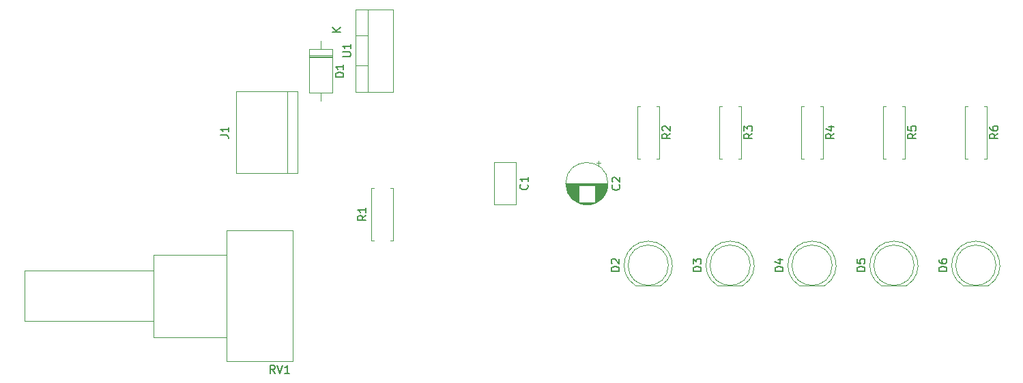
<source format=gbr>
%TF.GenerationSoftware,KiCad,Pcbnew,(7.0.0)*%
%TF.CreationDate,2024-04-05T21:03:04-03:00*%
%TF.ProjectId,Lumin_ria Rodrigo,4c756d69-6ee1-4726-9961-20526f647269,rev?*%
%TF.SameCoordinates,Original*%
%TF.FileFunction,Legend,Top*%
%TF.FilePolarity,Positive*%
%FSLAX46Y46*%
G04 Gerber Fmt 4.6, Leading zero omitted, Abs format (unit mm)*
G04 Created by KiCad (PCBNEW (7.0.0)) date 2024-04-05 21:03:04*
%MOMM*%
%LPD*%
G01*
G04 APERTURE LIST*
%ADD10C,0.150000*%
%ADD11C,0.120000*%
G04 APERTURE END LIST*
D10*
%TO.C,C2*%
X120862142Y-75116666D02*
X120909761Y-75164285D01*
X120909761Y-75164285D02*
X120957380Y-75307142D01*
X120957380Y-75307142D02*
X120957380Y-75402380D01*
X120957380Y-75402380D02*
X120909761Y-75545237D01*
X120909761Y-75545237D02*
X120814523Y-75640475D01*
X120814523Y-75640475D02*
X120719285Y-75688094D01*
X120719285Y-75688094D02*
X120528809Y-75735713D01*
X120528809Y-75735713D02*
X120385952Y-75735713D01*
X120385952Y-75735713D02*
X120195476Y-75688094D01*
X120195476Y-75688094D02*
X120100238Y-75640475D01*
X120100238Y-75640475D02*
X120005000Y-75545237D01*
X120005000Y-75545237D02*
X119957380Y-75402380D01*
X119957380Y-75402380D02*
X119957380Y-75307142D01*
X119957380Y-75307142D02*
X120005000Y-75164285D01*
X120005000Y-75164285D02*
X120052619Y-75116666D01*
X120052619Y-74735713D02*
X120005000Y-74688094D01*
X120005000Y-74688094D02*
X119957380Y-74592856D01*
X119957380Y-74592856D02*
X119957380Y-74354761D01*
X119957380Y-74354761D02*
X120005000Y-74259523D01*
X120005000Y-74259523D02*
X120052619Y-74211904D01*
X120052619Y-74211904D02*
X120147857Y-74164285D01*
X120147857Y-74164285D02*
X120243095Y-74164285D01*
X120243095Y-74164285D02*
X120385952Y-74211904D01*
X120385952Y-74211904D02*
X120957380Y-74783332D01*
X120957380Y-74783332D02*
X120957380Y-74164285D01*
%TO.C,D5*%
X151347380Y-85828094D02*
X150347380Y-85828094D01*
X150347380Y-85828094D02*
X150347380Y-85589999D01*
X150347380Y-85589999D02*
X150395000Y-85447142D01*
X150395000Y-85447142D02*
X150490238Y-85351904D01*
X150490238Y-85351904D02*
X150585476Y-85304285D01*
X150585476Y-85304285D02*
X150775952Y-85256666D01*
X150775952Y-85256666D02*
X150918809Y-85256666D01*
X150918809Y-85256666D02*
X151109285Y-85304285D01*
X151109285Y-85304285D02*
X151204523Y-85351904D01*
X151204523Y-85351904D02*
X151299761Y-85447142D01*
X151299761Y-85447142D02*
X151347380Y-85589999D01*
X151347380Y-85589999D02*
X151347380Y-85828094D01*
X150347380Y-84351904D02*
X150347380Y-84828094D01*
X150347380Y-84828094D02*
X150823571Y-84875713D01*
X150823571Y-84875713D02*
X150775952Y-84828094D01*
X150775952Y-84828094D02*
X150728333Y-84732856D01*
X150728333Y-84732856D02*
X150728333Y-84494761D01*
X150728333Y-84494761D02*
X150775952Y-84399523D01*
X150775952Y-84399523D02*
X150823571Y-84351904D01*
X150823571Y-84351904D02*
X150918809Y-84304285D01*
X150918809Y-84304285D02*
X151156904Y-84304285D01*
X151156904Y-84304285D02*
X151252142Y-84351904D01*
X151252142Y-84351904D02*
X151299761Y-84399523D01*
X151299761Y-84399523D02*
X151347380Y-84494761D01*
X151347380Y-84494761D02*
X151347380Y-84732856D01*
X151347380Y-84732856D02*
X151299761Y-84828094D01*
X151299761Y-84828094D02*
X151252142Y-84875713D01*
%TO.C,D2*%
X120867380Y-85828094D02*
X119867380Y-85828094D01*
X119867380Y-85828094D02*
X119867380Y-85589999D01*
X119867380Y-85589999D02*
X119915000Y-85447142D01*
X119915000Y-85447142D02*
X120010238Y-85351904D01*
X120010238Y-85351904D02*
X120105476Y-85304285D01*
X120105476Y-85304285D02*
X120295952Y-85256666D01*
X120295952Y-85256666D02*
X120438809Y-85256666D01*
X120438809Y-85256666D02*
X120629285Y-85304285D01*
X120629285Y-85304285D02*
X120724523Y-85351904D01*
X120724523Y-85351904D02*
X120819761Y-85447142D01*
X120819761Y-85447142D02*
X120867380Y-85589999D01*
X120867380Y-85589999D02*
X120867380Y-85828094D01*
X119962619Y-84875713D02*
X119915000Y-84828094D01*
X119915000Y-84828094D02*
X119867380Y-84732856D01*
X119867380Y-84732856D02*
X119867380Y-84494761D01*
X119867380Y-84494761D02*
X119915000Y-84399523D01*
X119915000Y-84399523D02*
X119962619Y-84351904D01*
X119962619Y-84351904D02*
X120057857Y-84304285D01*
X120057857Y-84304285D02*
X120153095Y-84304285D01*
X120153095Y-84304285D02*
X120295952Y-84351904D01*
X120295952Y-84351904D02*
X120867380Y-84923332D01*
X120867380Y-84923332D02*
X120867380Y-84304285D01*
%TO.C,U1*%
X86537380Y-59181904D02*
X87346904Y-59181904D01*
X87346904Y-59181904D02*
X87442142Y-59134285D01*
X87442142Y-59134285D02*
X87489761Y-59086666D01*
X87489761Y-59086666D02*
X87537380Y-58991428D01*
X87537380Y-58991428D02*
X87537380Y-58800952D01*
X87537380Y-58800952D02*
X87489761Y-58705714D01*
X87489761Y-58705714D02*
X87442142Y-58658095D01*
X87442142Y-58658095D02*
X87346904Y-58610476D01*
X87346904Y-58610476D02*
X86537380Y-58610476D01*
X87537380Y-57610476D02*
X87537380Y-58181904D01*
X87537380Y-57896190D02*
X86537380Y-57896190D01*
X86537380Y-57896190D02*
X86680238Y-57991428D01*
X86680238Y-57991428D02*
X86775476Y-58086666D01*
X86775476Y-58086666D02*
X86823095Y-58181904D01*
%TO.C,R2*%
X127197380Y-68746666D02*
X126721190Y-69079999D01*
X127197380Y-69318094D02*
X126197380Y-69318094D01*
X126197380Y-69318094D02*
X126197380Y-68937142D01*
X126197380Y-68937142D02*
X126245000Y-68841904D01*
X126245000Y-68841904D02*
X126292619Y-68794285D01*
X126292619Y-68794285D02*
X126387857Y-68746666D01*
X126387857Y-68746666D02*
X126530714Y-68746666D01*
X126530714Y-68746666D02*
X126625952Y-68794285D01*
X126625952Y-68794285D02*
X126673571Y-68841904D01*
X126673571Y-68841904D02*
X126721190Y-68937142D01*
X126721190Y-68937142D02*
X126721190Y-69318094D01*
X126292619Y-68365713D02*
X126245000Y-68318094D01*
X126245000Y-68318094D02*
X126197380Y-68222856D01*
X126197380Y-68222856D02*
X126197380Y-67984761D01*
X126197380Y-67984761D02*
X126245000Y-67889523D01*
X126245000Y-67889523D02*
X126292619Y-67841904D01*
X126292619Y-67841904D02*
X126387857Y-67794285D01*
X126387857Y-67794285D02*
X126483095Y-67794285D01*
X126483095Y-67794285D02*
X126625952Y-67841904D01*
X126625952Y-67841904D02*
X127197380Y-68413332D01*
X127197380Y-68413332D02*
X127197380Y-67794285D01*
%TO.C,D6*%
X161507380Y-85828094D02*
X160507380Y-85828094D01*
X160507380Y-85828094D02*
X160507380Y-85589999D01*
X160507380Y-85589999D02*
X160555000Y-85447142D01*
X160555000Y-85447142D02*
X160650238Y-85351904D01*
X160650238Y-85351904D02*
X160745476Y-85304285D01*
X160745476Y-85304285D02*
X160935952Y-85256666D01*
X160935952Y-85256666D02*
X161078809Y-85256666D01*
X161078809Y-85256666D02*
X161269285Y-85304285D01*
X161269285Y-85304285D02*
X161364523Y-85351904D01*
X161364523Y-85351904D02*
X161459761Y-85447142D01*
X161459761Y-85447142D02*
X161507380Y-85589999D01*
X161507380Y-85589999D02*
X161507380Y-85828094D01*
X160507380Y-84399523D02*
X160507380Y-84589999D01*
X160507380Y-84589999D02*
X160555000Y-84685237D01*
X160555000Y-84685237D02*
X160602619Y-84732856D01*
X160602619Y-84732856D02*
X160745476Y-84828094D01*
X160745476Y-84828094D02*
X160935952Y-84875713D01*
X160935952Y-84875713D02*
X161316904Y-84875713D01*
X161316904Y-84875713D02*
X161412142Y-84828094D01*
X161412142Y-84828094D02*
X161459761Y-84780475D01*
X161459761Y-84780475D02*
X161507380Y-84685237D01*
X161507380Y-84685237D02*
X161507380Y-84494761D01*
X161507380Y-84494761D02*
X161459761Y-84399523D01*
X161459761Y-84399523D02*
X161412142Y-84351904D01*
X161412142Y-84351904D02*
X161316904Y-84304285D01*
X161316904Y-84304285D02*
X161078809Y-84304285D01*
X161078809Y-84304285D02*
X160983571Y-84351904D01*
X160983571Y-84351904D02*
X160935952Y-84399523D01*
X160935952Y-84399523D02*
X160888333Y-84494761D01*
X160888333Y-84494761D02*
X160888333Y-84685237D01*
X160888333Y-84685237D02*
X160935952Y-84780475D01*
X160935952Y-84780475D02*
X160983571Y-84828094D01*
X160983571Y-84828094D02*
X161078809Y-84875713D01*
%TO.C,J1*%
X71401780Y-68938733D02*
X72116066Y-68938733D01*
X72116066Y-68938733D02*
X72258923Y-68986352D01*
X72258923Y-68986352D02*
X72354161Y-69081590D01*
X72354161Y-69081590D02*
X72401780Y-69224447D01*
X72401780Y-69224447D02*
X72401780Y-69319685D01*
X72401780Y-67938733D02*
X72401780Y-68510161D01*
X72401780Y-68224447D02*
X71401780Y-68224447D01*
X71401780Y-68224447D02*
X71544638Y-68319685D01*
X71544638Y-68319685D02*
X71639876Y-68414923D01*
X71639876Y-68414923D02*
X71687495Y-68510161D01*
%TO.C,C1*%
X109452142Y-75076666D02*
X109499761Y-75124285D01*
X109499761Y-75124285D02*
X109547380Y-75267142D01*
X109547380Y-75267142D02*
X109547380Y-75362380D01*
X109547380Y-75362380D02*
X109499761Y-75505237D01*
X109499761Y-75505237D02*
X109404523Y-75600475D01*
X109404523Y-75600475D02*
X109309285Y-75648094D01*
X109309285Y-75648094D02*
X109118809Y-75695713D01*
X109118809Y-75695713D02*
X108975952Y-75695713D01*
X108975952Y-75695713D02*
X108785476Y-75648094D01*
X108785476Y-75648094D02*
X108690238Y-75600475D01*
X108690238Y-75600475D02*
X108595000Y-75505237D01*
X108595000Y-75505237D02*
X108547380Y-75362380D01*
X108547380Y-75362380D02*
X108547380Y-75267142D01*
X108547380Y-75267142D02*
X108595000Y-75124285D01*
X108595000Y-75124285D02*
X108642619Y-75076666D01*
X109547380Y-74124285D02*
X109547380Y-74695713D01*
X109547380Y-74409999D02*
X108547380Y-74409999D01*
X108547380Y-74409999D02*
X108690238Y-74505237D01*
X108690238Y-74505237D02*
X108785476Y-74600475D01*
X108785476Y-74600475D02*
X108833095Y-74695713D01*
%TO.C,R6*%
X167837380Y-68746666D02*
X167361190Y-69079999D01*
X167837380Y-69318094D02*
X166837380Y-69318094D01*
X166837380Y-69318094D02*
X166837380Y-68937142D01*
X166837380Y-68937142D02*
X166885000Y-68841904D01*
X166885000Y-68841904D02*
X166932619Y-68794285D01*
X166932619Y-68794285D02*
X167027857Y-68746666D01*
X167027857Y-68746666D02*
X167170714Y-68746666D01*
X167170714Y-68746666D02*
X167265952Y-68794285D01*
X167265952Y-68794285D02*
X167313571Y-68841904D01*
X167313571Y-68841904D02*
X167361190Y-68937142D01*
X167361190Y-68937142D02*
X167361190Y-69318094D01*
X166837380Y-67889523D02*
X166837380Y-68079999D01*
X166837380Y-68079999D02*
X166885000Y-68175237D01*
X166885000Y-68175237D02*
X166932619Y-68222856D01*
X166932619Y-68222856D02*
X167075476Y-68318094D01*
X167075476Y-68318094D02*
X167265952Y-68365713D01*
X167265952Y-68365713D02*
X167646904Y-68365713D01*
X167646904Y-68365713D02*
X167742142Y-68318094D01*
X167742142Y-68318094D02*
X167789761Y-68270475D01*
X167789761Y-68270475D02*
X167837380Y-68175237D01*
X167837380Y-68175237D02*
X167837380Y-67984761D01*
X167837380Y-67984761D02*
X167789761Y-67889523D01*
X167789761Y-67889523D02*
X167742142Y-67841904D01*
X167742142Y-67841904D02*
X167646904Y-67794285D01*
X167646904Y-67794285D02*
X167408809Y-67794285D01*
X167408809Y-67794285D02*
X167313571Y-67841904D01*
X167313571Y-67841904D02*
X167265952Y-67889523D01*
X167265952Y-67889523D02*
X167218333Y-67984761D01*
X167218333Y-67984761D02*
X167218333Y-68175237D01*
X167218333Y-68175237D02*
X167265952Y-68270475D01*
X167265952Y-68270475D02*
X167313571Y-68318094D01*
X167313571Y-68318094D02*
X167408809Y-68365713D01*
%TO.C,D1*%
X86657380Y-61698094D02*
X85657380Y-61698094D01*
X85657380Y-61698094D02*
X85657380Y-61459999D01*
X85657380Y-61459999D02*
X85705000Y-61317142D01*
X85705000Y-61317142D02*
X85800238Y-61221904D01*
X85800238Y-61221904D02*
X85895476Y-61174285D01*
X85895476Y-61174285D02*
X86085952Y-61126666D01*
X86085952Y-61126666D02*
X86228809Y-61126666D01*
X86228809Y-61126666D02*
X86419285Y-61174285D01*
X86419285Y-61174285D02*
X86514523Y-61221904D01*
X86514523Y-61221904D02*
X86609761Y-61317142D01*
X86609761Y-61317142D02*
X86657380Y-61459999D01*
X86657380Y-61459999D02*
X86657380Y-61698094D01*
X86657380Y-60174285D02*
X86657380Y-60745713D01*
X86657380Y-60459999D02*
X85657380Y-60459999D01*
X85657380Y-60459999D02*
X85800238Y-60555237D01*
X85800238Y-60555237D02*
X85895476Y-60650475D01*
X85895476Y-60650475D02*
X85943095Y-60745713D01*
X86287380Y-56141904D02*
X85287380Y-56141904D01*
X86287380Y-55570476D02*
X85715952Y-55999047D01*
X85287380Y-55570476D02*
X85858809Y-56141904D01*
%TO.C,R5*%
X157677380Y-68746666D02*
X157201190Y-69079999D01*
X157677380Y-69318094D02*
X156677380Y-69318094D01*
X156677380Y-69318094D02*
X156677380Y-68937142D01*
X156677380Y-68937142D02*
X156725000Y-68841904D01*
X156725000Y-68841904D02*
X156772619Y-68794285D01*
X156772619Y-68794285D02*
X156867857Y-68746666D01*
X156867857Y-68746666D02*
X157010714Y-68746666D01*
X157010714Y-68746666D02*
X157105952Y-68794285D01*
X157105952Y-68794285D02*
X157153571Y-68841904D01*
X157153571Y-68841904D02*
X157201190Y-68937142D01*
X157201190Y-68937142D02*
X157201190Y-69318094D01*
X156677380Y-67841904D02*
X156677380Y-68318094D01*
X156677380Y-68318094D02*
X157153571Y-68365713D01*
X157153571Y-68365713D02*
X157105952Y-68318094D01*
X157105952Y-68318094D02*
X157058333Y-68222856D01*
X157058333Y-68222856D02*
X157058333Y-67984761D01*
X157058333Y-67984761D02*
X157105952Y-67889523D01*
X157105952Y-67889523D02*
X157153571Y-67841904D01*
X157153571Y-67841904D02*
X157248809Y-67794285D01*
X157248809Y-67794285D02*
X157486904Y-67794285D01*
X157486904Y-67794285D02*
X157582142Y-67841904D01*
X157582142Y-67841904D02*
X157629761Y-67889523D01*
X157629761Y-67889523D02*
X157677380Y-67984761D01*
X157677380Y-67984761D02*
X157677380Y-68222856D01*
X157677380Y-68222856D02*
X157629761Y-68318094D01*
X157629761Y-68318094D02*
X157582142Y-68365713D01*
%TO.C,RV1*%
X78144761Y-98517380D02*
X77811428Y-98041190D01*
X77573333Y-98517380D02*
X77573333Y-97517380D01*
X77573333Y-97517380D02*
X77954285Y-97517380D01*
X77954285Y-97517380D02*
X78049523Y-97565000D01*
X78049523Y-97565000D02*
X78097142Y-97612619D01*
X78097142Y-97612619D02*
X78144761Y-97707857D01*
X78144761Y-97707857D02*
X78144761Y-97850714D01*
X78144761Y-97850714D02*
X78097142Y-97945952D01*
X78097142Y-97945952D02*
X78049523Y-97993571D01*
X78049523Y-97993571D02*
X77954285Y-98041190D01*
X77954285Y-98041190D02*
X77573333Y-98041190D01*
X78430476Y-97517380D02*
X78763809Y-98517380D01*
X78763809Y-98517380D02*
X79097142Y-97517380D01*
X79954285Y-98517380D02*
X79382857Y-98517380D01*
X79668571Y-98517380D02*
X79668571Y-97517380D01*
X79668571Y-97517380D02*
X79573333Y-97660238D01*
X79573333Y-97660238D02*
X79478095Y-97755476D01*
X79478095Y-97755476D02*
X79382857Y-97803095D01*
%TO.C,R1*%
X89437380Y-78906666D02*
X88961190Y-79239999D01*
X89437380Y-79478094D02*
X88437380Y-79478094D01*
X88437380Y-79478094D02*
X88437380Y-79097142D01*
X88437380Y-79097142D02*
X88485000Y-79001904D01*
X88485000Y-79001904D02*
X88532619Y-78954285D01*
X88532619Y-78954285D02*
X88627857Y-78906666D01*
X88627857Y-78906666D02*
X88770714Y-78906666D01*
X88770714Y-78906666D02*
X88865952Y-78954285D01*
X88865952Y-78954285D02*
X88913571Y-79001904D01*
X88913571Y-79001904D02*
X88961190Y-79097142D01*
X88961190Y-79097142D02*
X88961190Y-79478094D01*
X89437380Y-77954285D02*
X89437380Y-78525713D01*
X89437380Y-78239999D02*
X88437380Y-78239999D01*
X88437380Y-78239999D02*
X88580238Y-78335237D01*
X88580238Y-78335237D02*
X88675476Y-78430475D01*
X88675476Y-78430475D02*
X88723095Y-78525713D01*
%TO.C,R3*%
X137357380Y-68746666D02*
X136881190Y-69079999D01*
X137357380Y-69318094D02*
X136357380Y-69318094D01*
X136357380Y-69318094D02*
X136357380Y-68937142D01*
X136357380Y-68937142D02*
X136405000Y-68841904D01*
X136405000Y-68841904D02*
X136452619Y-68794285D01*
X136452619Y-68794285D02*
X136547857Y-68746666D01*
X136547857Y-68746666D02*
X136690714Y-68746666D01*
X136690714Y-68746666D02*
X136785952Y-68794285D01*
X136785952Y-68794285D02*
X136833571Y-68841904D01*
X136833571Y-68841904D02*
X136881190Y-68937142D01*
X136881190Y-68937142D02*
X136881190Y-69318094D01*
X136357380Y-68413332D02*
X136357380Y-67794285D01*
X136357380Y-67794285D02*
X136738333Y-68127618D01*
X136738333Y-68127618D02*
X136738333Y-67984761D01*
X136738333Y-67984761D02*
X136785952Y-67889523D01*
X136785952Y-67889523D02*
X136833571Y-67841904D01*
X136833571Y-67841904D02*
X136928809Y-67794285D01*
X136928809Y-67794285D02*
X137166904Y-67794285D01*
X137166904Y-67794285D02*
X137262142Y-67841904D01*
X137262142Y-67841904D02*
X137309761Y-67889523D01*
X137309761Y-67889523D02*
X137357380Y-67984761D01*
X137357380Y-67984761D02*
X137357380Y-68270475D01*
X137357380Y-68270475D02*
X137309761Y-68365713D01*
X137309761Y-68365713D02*
X137262142Y-68413332D01*
%TO.C,D3*%
X131027380Y-85828094D02*
X130027380Y-85828094D01*
X130027380Y-85828094D02*
X130027380Y-85589999D01*
X130027380Y-85589999D02*
X130075000Y-85447142D01*
X130075000Y-85447142D02*
X130170238Y-85351904D01*
X130170238Y-85351904D02*
X130265476Y-85304285D01*
X130265476Y-85304285D02*
X130455952Y-85256666D01*
X130455952Y-85256666D02*
X130598809Y-85256666D01*
X130598809Y-85256666D02*
X130789285Y-85304285D01*
X130789285Y-85304285D02*
X130884523Y-85351904D01*
X130884523Y-85351904D02*
X130979761Y-85447142D01*
X130979761Y-85447142D02*
X131027380Y-85589999D01*
X131027380Y-85589999D02*
X131027380Y-85828094D01*
X130027380Y-84923332D02*
X130027380Y-84304285D01*
X130027380Y-84304285D02*
X130408333Y-84637618D01*
X130408333Y-84637618D02*
X130408333Y-84494761D01*
X130408333Y-84494761D02*
X130455952Y-84399523D01*
X130455952Y-84399523D02*
X130503571Y-84351904D01*
X130503571Y-84351904D02*
X130598809Y-84304285D01*
X130598809Y-84304285D02*
X130836904Y-84304285D01*
X130836904Y-84304285D02*
X130932142Y-84351904D01*
X130932142Y-84351904D02*
X130979761Y-84399523D01*
X130979761Y-84399523D02*
X131027380Y-84494761D01*
X131027380Y-84494761D02*
X131027380Y-84780475D01*
X131027380Y-84780475D02*
X130979761Y-84875713D01*
X130979761Y-84875713D02*
X130932142Y-84923332D01*
%TO.C,D4*%
X141187380Y-85828094D02*
X140187380Y-85828094D01*
X140187380Y-85828094D02*
X140187380Y-85589999D01*
X140187380Y-85589999D02*
X140235000Y-85447142D01*
X140235000Y-85447142D02*
X140330238Y-85351904D01*
X140330238Y-85351904D02*
X140425476Y-85304285D01*
X140425476Y-85304285D02*
X140615952Y-85256666D01*
X140615952Y-85256666D02*
X140758809Y-85256666D01*
X140758809Y-85256666D02*
X140949285Y-85304285D01*
X140949285Y-85304285D02*
X141044523Y-85351904D01*
X141044523Y-85351904D02*
X141139761Y-85447142D01*
X141139761Y-85447142D02*
X141187380Y-85589999D01*
X141187380Y-85589999D02*
X141187380Y-85828094D01*
X140520714Y-84399523D02*
X141187380Y-84399523D01*
X140139761Y-84637618D02*
X140854047Y-84875713D01*
X140854047Y-84875713D02*
X140854047Y-84256666D01*
%TO.C,R4*%
X147517380Y-68746666D02*
X147041190Y-69079999D01*
X147517380Y-69318094D02*
X146517380Y-69318094D01*
X146517380Y-69318094D02*
X146517380Y-68937142D01*
X146517380Y-68937142D02*
X146565000Y-68841904D01*
X146565000Y-68841904D02*
X146612619Y-68794285D01*
X146612619Y-68794285D02*
X146707857Y-68746666D01*
X146707857Y-68746666D02*
X146850714Y-68746666D01*
X146850714Y-68746666D02*
X146945952Y-68794285D01*
X146945952Y-68794285D02*
X146993571Y-68841904D01*
X146993571Y-68841904D02*
X147041190Y-68937142D01*
X147041190Y-68937142D02*
X147041190Y-69318094D01*
X146850714Y-67889523D02*
X147517380Y-67889523D01*
X146469761Y-68127618D02*
X147184047Y-68365713D01*
X147184047Y-68365713D02*
X147184047Y-67746666D01*
D11*
%TO.C,C2*%
X118315000Y-72145225D02*
X118315000Y-72645225D01*
X118565000Y-72395225D02*
X118065000Y-72395225D01*
X119420000Y-74950000D02*
X114260000Y-74950000D01*
X119420000Y-74990000D02*
X114260000Y-74990000D01*
X119419000Y-75030000D02*
X114261000Y-75030000D01*
X119418000Y-75070000D02*
X114262000Y-75070000D01*
X119416000Y-75110000D02*
X114264000Y-75110000D01*
X119413000Y-75150000D02*
X114267000Y-75150000D01*
X119409000Y-75190000D02*
X117880000Y-75190000D01*
X115800000Y-75190000D02*
X114271000Y-75190000D01*
X119405000Y-75230000D02*
X117880000Y-75230000D01*
X115800000Y-75230000D02*
X114275000Y-75230000D01*
X119401000Y-75270000D02*
X117880000Y-75270000D01*
X115800000Y-75270000D02*
X114279000Y-75270000D01*
X119396000Y-75310000D02*
X117880000Y-75310000D01*
X115800000Y-75310000D02*
X114284000Y-75310000D01*
X119390000Y-75350000D02*
X117880000Y-75350000D01*
X115800000Y-75350000D02*
X114290000Y-75350000D01*
X119383000Y-75390000D02*
X117880000Y-75390000D01*
X115800000Y-75390000D02*
X114297000Y-75390000D01*
X119376000Y-75430000D02*
X117880000Y-75430000D01*
X115800000Y-75430000D02*
X114304000Y-75430000D01*
X119368000Y-75470000D02*
X117880000Y-75470000D01*
X115800000Y-75470000D02*
X114312000Y-75470000D01*
X119360000Y-75510000D02*
X117880000Y-75510000D01*
X115800000Y-75510000D02*
X114320000Y-75510000D01*
X119351000Y-75550000D02*
X117880000Y-75550000D01*
X115800000Y-75550000D02*
X114329000Y-75550000D01*
X119341000Y-75590000D02*
X117880000Y-75590000D01*
X115800000Y-75590000D02*
X114339000Y-75590000D01*
X119331000Y-75630000D02*
X117880000Y-75630000D01*
X115800000Y-75630000D02*
X114349000Y-75630000D01*
X119320000Y-75671000D02*
X117880000Y-75671000D01*
X115800000Y-75671000D02*
X114360000Y-75671000D01*
X119308000Y-75711000D02*
X117880000Y-75711000D01*
X115800000Y-75711000D02*
X114372000Y-75711000D01*
X119295000Y-75751000D02*
X117880000Y-75751000D01*
X115800000Y-75751000D02*
X114385000Y-75751000D01*
X119282000Y-75791000D02*
X117880000Y-75791000D01*
X115800000Y-75791000D02*
X114398000Y-75791000D01*
X119268000Y-75831000D02*
X117880000Y-75831000D01*
X115800000Y-75831000D02*
X114412000Y-75831000D01*
X119254000Y-75871000D02*
X117880000Y-75871000D01*
X115800000Y-75871000D02*
X114426000Y-75871000D01*
X119238000Y-75911000D02*
X117880000Y-75911000D01*
X115800000Y-75911000D02*
X114442000Y-75911000D01*
X119222000Y-75951000D02*
X117880000Y-75951000D01*
X115800000Y-75951000D02*
X114458000Y-75951000D01*
X119205000Y-75991000D02*
X117880000Y-75991000D01*
X115800000Y-75991000D02*
X114475000Y-75991000D01*
X119188000Y-76031000D02*
X117880000Y-76031000D01*
X115800000Y-76031000D02*
X114492000Y-76031000D01*
X119169000Y-76071000D02*
X117880000Y-76071000D01*
X115800000Y-76071000D02*
X114511000Y-76071000D01*
X119150000Y-76111000D02*
X117880000Y-76111000D01*
X115800000Y-76111000D02*
X114530000Y-76111000D01*
X119130000Y-76151000D02*
X117880000Y-76151000D01*
X115800000Y-76151000D02*
X114550000Y-76151000D01*
X119108000Y-76191000D02*
X117880000Y-76191000D01*
X115800000Y-76191000D02*
X114572000Y-76191000D01*
X119087000Y-76231000D02*
X117880000Y-76231000D01*
X115800000Y-76231000D02*
X114593000Y-76231000D01*
X119064000Y-76271000D02*
X117880000Y-76271000D01*
X115800000Y-76271000D02*
X114616000Y-76271000D01*
X119040000Y-76311000D02*
X117880000Y-76311000D01*
X115800000Y-76311000D02*
X114640000Y-76311000D01*
X119015000Y-76351000D02*
X117880000Y-76351000D01*
X115800000Y-76351000D02*
X114665000Y-76351000D01*
X118989000Y-76391000D02*
X117880000Y-76391000D01*
X115800000Y-76391000D02*
X114691000Y-76391000D01*
X118962000Y-76431000D02*
X117880000Y-76431000D01*
X115800000Y-76431000D02*
X114718000Y-76431000D01*
X118935000Y-76471000D02*
X117880000Y-76471000D01*
X115800000Y-76471000D02*
X114745000Y-76471000D01*
X118905000Y-76511000D02*
X117880000Y-76511000D01*
X115800000Y-76511000D02*
X114775000Y-76511000D01*
X118875000Y-76551000D02*
X117880000Y-76551000D01*
X115800000Y-76551000D02*
X114805000Y-76551000D01*
X118844000Y-76591000D02*
X117880000Y-76591000D01*
X115800000Y-76591000D02*
X114836000Y-76591000D01*
X118811000Y-76631000D02*
X117880000Y-76631000D01*
X115800000Y-76631000D02*
X114869000Y-76631000D01*
X118777000Y-76671000D02*
X117880000Y-76671000D01*
X115800000Y-76671000D02*
X114903000Y-76671000D01*
X118741000Y-76711000D02*
X117880000Y-76711000D01*
X115800000Y-76711000D02*
X114939000Y-76711000D01*
X118704000Y-76751000D02*
X117880000Y-76751000D01*
X115800000Y-76751000D02*
X114976000Y-76751000D01*
X118666000Y-76791000D02*
X117880000Y-76791000D01*
X115800000Y-76791000D02*
X115014000Y-76791000D01*
X118625000Y-76831000D02*
X117880000Y-76831000D01*
X115800000Y-76831000D02*
X115055000Y-76831000D01*
X118583000Y-76871000D02*
X117880000Y-76871000D01*
X115800000Y-76871000D02*
X115097000Y-76871000D01*
X118539000Y-76911000D02*
X117880000Y-76911000D01*
X115800000Y-76911000D02*
X115141000Y-76911000D01*
X118493000Y-76951000D02*
X117880000Y-76951000D01*
X115800000Y-76951000D02*
X115187000Y-76951000D01*
X118445000Y-76991000D02*
X117880000Y-76991000D01*
X115800000Y-76991000D02*
X115235000Y-76991000D01*
X118394000Y-77031000D02*
X117880000Y-77031000D01*
X115800000Y-77031000D02*
X115286000Y-77031000D01*
X118340000Y-77071000D02*
X117880000Y-77071000D01*
X115800000Y-77071000D02*
X115340000Y-77071000D01*
X118283000Y-77111000D02*
X117880000Y-77111000D01*
X115800000Y-77111000D02*
X115397000Y-77111000D01*
X118223000Y-77151000D02*
X117880000Y-77151000D01*
X115800000Y-77151000D02*
X115457000Y-77151000D01*
X118159000Y-77191000D02*
X117880000Y-77191000D01*
X115800000Y-77191000D02*
X115521000Y-77191000D01*
X118091000Y-77231000D02*
X117880000Y-77231000D01*
X115800000Y-77231000D02*
X115589000Y-77231000D01*
X118018000Y-77271000D02*
X115662000Y-77271000D01*
X117938000Y-77311000D02*
X115742000Y-77311000D01*
X117851000Y-77351000D02*
X115829000Y-77351000D01*
X117755000Y-77391000D02*
X115925000Y-77391000D01*
X117645000Y-77431000D02*
X116035000Y-77431000D01*
X117517000Y-77471000D02*
X116163000Y-77471000D01*
X117358000Y-77511000D02*
X116322000Y-77511000D01*
X117124000Y-77551000D02*
X116556000Y-77551000D01*
X119460000Y-74950000D02*
G75*
G03*
X119460000Y-74950000I-2620000J0D01*
G01*
%TO.C,D5*%
X153395000Y-87650000D02*
X156485000Y-87650000D01*
X154940462Y-82100001D02*
G75*
G03*
X153395170Y-87649999I-462J-2989999D01*
G01*
X156484830Y-87650000D02*
G75*
G03*
X154939538Y-82100000I-1544830J2560000D01*
G01*
X157440000Y-85090000D02*
G75*
G03*
X157440000Y-85090000I-2500000J0D01*
G01*
%TO.C,D2*%
X122915000Y-87650000D02*
X126005000Y-87650000D01*
X124460462Y-82100001D02*
G75*
G03*
X122915170Y-87649999I-462J-2989999D01*
G01*
X126004830Y-87650000D02*
G75*
G03*
X124459538Y-82100000I-1544830J2560000D01*
G01*
X126960000Y-85090000D02*
G75*
G03*
X126960000Y-85090000I-2500000J0D01*
G01*
%TO.C,U1*%
X88170000Y-63540000D02*
X92811000Y-63540000D01*
X88170000Y-63540000D02*
X88170000Y-53300000D01*
X89680000Y-63540000D02*
X89680000Y-53300000D01*
X92811000Y-63540000D02*
X92811000Y-53300000D01*
X88170000Y-60270000D02*
X89680000Y-60270000D01*
X88170000Y-56569000D02*
X89680000Y-56569000D01*
X88170000Y-53300000D02*
X92811000Y-53300000D01*
%TO.C,R2*%
X125830000Y-65310000D02*
X125830000Y-71850000D01*
X125500000Y-65310000D02*
X125830000Y-65310000D01*
X123420000Y-65310000D02*
X123090000Y-65310000D01*
X123090000Y-65310000D02*
X123090000Y-71850000D01*
X125830000Y-71850000D02*
X125500000Y-71850000D01*
X123090000Y-71850000D02*
X123420000Y-71850000D01*
%TO.C,D6*%
X163555000Y-87650000D02*
X166645000Y-87650000D01*
X165100462Y-82100001D02*
G75*
G03*
X163555170Y-87649999I-462J-2989999D01*
G01*
X166644830Y-87650000D02*
G75*
G03*
X165099538Y-82100000I-1544830J2560000D01*
G01*
X167600000Y-85090000D02*
G75*
G03*
X167600000Y-85090000I-2500000J0D01*
G01*
%TO.C,J1*%
X73304400Y-73685400D02*
X80924400Y-73685400D01*
X80924400Y-73685400D02*
X80924400Y-63525400D01*
X73304400Y-63525400D02*
X73304400Y-73685400D01*
X79654400Y-63525400D02*
X79654400Y-73685400D01*
X80924400Y-63525400D02*
X73304400Y-63525400D01*
%TO.C,C1*%
X108050000Y-72290000D02*
X105310000Y-72290000D01*
X108050000Y-72290000D02*
X108050000Y-77530000D01*
X105310000Y-72290000D02*
X105310000Y-77530000D01*
X108050000Y-77530000D02*
X105310000Y-77530000D01*
%TO.C,R6*%
X166470000Y-65310000D02*
X166470000Y-71850000D01*
X166140000Y-65310000D02*
X166470000Y-65310000D01*
X164060000Y-65310000D02*
X163730000Y-65310000D01*
X163730000Y-65310000D02*
X163730000Y-71850000D01*
X166470000Y-71850000D02*
X166140000Y-71850000D01*
X163730000Y-71850000D02*
X164060000Y-71850000D01*
%TO.C,D1*%
X83820000Y-57220000D02*
X83820000Y-58240000D01*
X85290000Y-58240000D02*
X82350000Y-58240000D01*
X82350000Y-58240000D02*
X82350000Y-63680000D01*
X85290000Y-59020000D02*
X82350000Y-59020000D01*
X85290000Y-59140000D02*
X82350000Y-59140000D01*
X85290000Y-59260000D02*
X82350000Y-59260000D01*
X85290000Y-63680000D02*
X85290000Y-58240000D01*
X82350000Y-63680000D02*
X85290000Y-63680000D01*
X83820000Y-64700000D02*
X83820000Y-63680000D01*
%TO.C,R5*%
X156310000Y-65310000D02*
X156310000Y-71850000D01*
X155980000Y-65310000D02*
X156310000Y-65310000D01*
X153900000Y-65310000D02*
X153570000Y-65310000D01*
X153570000Y-65310000D02*
X153570000Y-71850000D01*
X156310000Y-71850000D02*
X155980000Y-71850000D01*
X153570000Y-71850000D02*
X153900000Y-71850000D01*
%TO.C,RV1*%
X80360000Y-97020000D02*
X80360000Y-80780000D01*
X80360000Y-97020000D02*
X72120000Y-97020000D01*
X80360000Y-80780000D02*
X72120000Y-80780000D01*
X72120000Y-97020000D02*
X72120000Y-80780000D01*
X72120000Y-94020000D02*
X72120000Y-83780000D01*
X72120000Y-94020000D02*
X63120000Y-94020000D01*
X72120000Y-83780000D02*
X63120000Y-83780000D01*
X63120000Y-94020000D02*
X63120000Y-83780000D01*
X63120000Y-92020000D02*
X63120000Y-85779000D01*
X63120000Y-92020000D02*
X47120000Y-92020000D01*
X63120000Y-85779000D02*
X47120000Y-85779000D01*
X47120000Y-92020000D02*
X47120000Y-85779000D01*
%TO.C,R1*%
X90070000Y-82010000D02*
X90070000Y-75470000D01*
X90400000Y-82010000D02*
X90070000Y-82010000D01*
X92480000Y-82010000D02*
X92810000Y-82010000D01*
X92810000Y-82010000D02*
X92810000Y-75470000D01*
X90070000Y-75470000D02*
X90400000Y-75470000D01*
X92810000Y-75470000D02*
X92480000Y-75470000D01*
%TO.C,R3*%
X135990000Y-65310000D02*
X135990000Y-71850000D01*
X135660000Y-65310000D02*
X135990000Y-65310000D01*
X133580000Y-65310000D02*
X133250000Y-65310000D01*
X133250000Y-65310000D02*
X133250000Y-71850000D01*
X135990000Y-71850000D02*
X135660000Y-71850000D01*
X133250000Y-71850000D02*
X133580000Y-71850000D01*
%TO.C,D3*%
X133075000Y-87650000D02*
X136165000Y-87650000D01*
X134620462Y-82100001D02*
G75*
G03*
X133075170Y-87649999I-462J-2989999D01*
G01*
X136164830Y-87650000D02*
G75*
G03*
X134619538Y-82100000I-1544830J2560000D01*
G01*
X137120000Y-85090000D02*
G75*
G03*
X137120000Y-85090000I-2500000J0D01*
G01*
%TO.C,D4*%
X143235000Y-87650000D02*
X146325000Y-87650000D01*
X144780462Y-82100001D02*
G75*
G03*
X143235170Y-87649999I-462J-2989999D01*
G01*
X146324830Y-87650000D02*
G75*
G03*
X144779538Y-82100000I-1544830J2560000D01*
G01*
X147280000Y-85090000D02*
G75*
G03*
X147280000Y-85090000I-2500000J0D01*
G01*
%TO.C,R4*%
X146150000Y-65310000D02*
X146150000Y-71850000D01*
X145820000Y-65310000D02*
X146150000Y-65310000D01*
X143740000Y-65310000D02*
X143410000Y-65310000D01*
X143410000Y-65310000D02*
X143410000Y-71850000D01*
X146150000Y-71850000D02*
X145820000Y-71850000D01*
X143410000Y-71850000D02*
X143740000Y-71850000D01*
%TD*%
M02*

</source>
